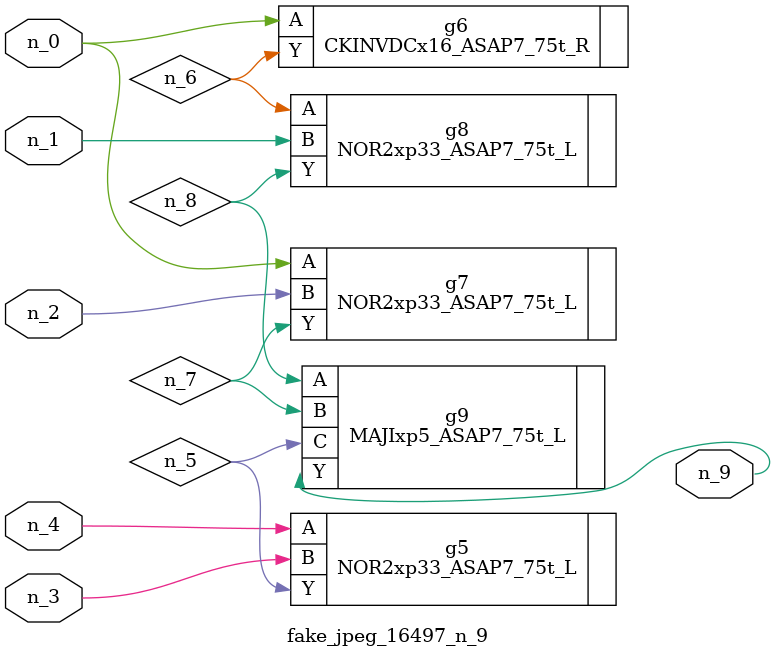
<source format=v>
module fake_jpeg_16497_n_9 (n_3, n_2, n_1, n_0, n_4, n_9);

input n_3;
input n_2;
input n_1;
input n_0;
input n_4;

output n_9;

wire n_8;
wire n_6;
wire n_5;
wire n_7;

NOR2xp33_ASAP7_75t_L g5 ( 
.A(n_4),
.B(n_3),
.Y(n_5)
);

CKINVDCx16_ASAP7_75t_R g6 ( 
.A(n_0),
.Y(n_6)
);

NOR2xp33_ASAP7_75t_L g7 ( 
.A(n_0),
.B(n_2),
.Y(n_7)
);

NOR2xp33_ASAP7_75t_L g8 ( 
.A(n_6),
.B(n_1),
.Y(n_8)
);

MAJIxp5_ASAP7_75t_L g9 ( 
.A(n_8),
.B(n_7),
.C(n_5),
.Y(n_9)
);


endmodule
</source>
